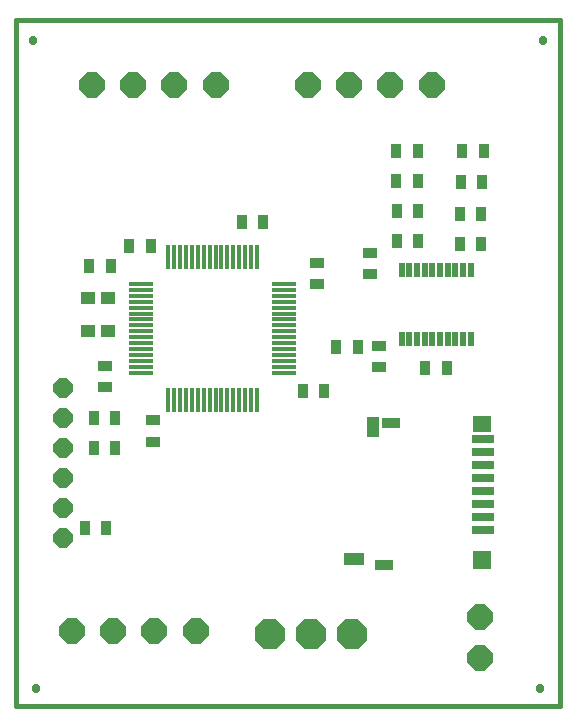
<source format=gbs>
G75*
%MOIN*%
%OFA0B0*%
%FSLAX25Y25*%
%IPPOS*%
%LPD*%
%AMOC8*
5,1,8,0,0,1.08239X$1,22.5*
%
%ADD10C,0.00000*%
%ADD11C,0.02762*%
%ADD12C,0.01600*%
%ADD13R,0.05124X0.03550*%
%ADD14R,0.03550X0.05124*%
%ADD15R,0.01975X0.05124*%
%ADD16OC8,0.06400*%
%ADD17R,0.04731X0.04337*%
%ADD18R,0.06502X0.04337*%
%ADD19R,0.05912X0.03550*%
%ADD20R,0.06306X0.06306*%
%ADD21R,0.07290X0.03156*%
%ADD22R,0.06306X0.05518*%
%ADD23R,0.04337X0.06502*%
%ADD24OC8,0.08400*%
%ADD25OC8,0.09900*%
%ADD26R,0.01581X0.08124*%
%ADD27R,0.08124X0.01581*%
D10*
X0001900Y0002100D02*
X0001900Y0230801D01*
X0001900Y0231100D02*
X0183071Y0231100D01*
X0183071Y0002100D01*
X0001900Y0002100D01*
X0007219Y0008100D02*
X0007221Y0008169D01*
X0007227Y0008237D01*
X0007237Y0008305D01*
X0007251Y0008372D01*
X0007269Y0008439D01*
X0007290Y0008504D01*
X0007316Y0008568D01*
X0007345Y0008630D01*
X0007377Y0008690D01*
X0007413Y0008749D01*
X0007453Y0008805D01*
X0007495Y0008859D01*
X0007541Y0008910D01*
X0007590Y0008959D01*
X0007641Y0009005D01*
X0007695Y0009047D01*
X0007751Y0009087D01*
X0007809Y0009123D01*
X0007870Y0009155D01*
X0007932Y0009184D01*
X0007996Y0009210D01*
X0008061Y0009231D01*
X0008128Y0009249D01*
X0008195Y0009263D01*
X0008263Y0009273D01*
X0008331Y0009279D01*
X0008400Y0009281D01*
X0008469Y0009279D01*
X0008537Y0009273D01*
X0008605Y0009263D01*
X0008672Y0009249D01*
X0008739Y0009231D01*
X0008804Y0009210D01*
X0008868Y0009184D01*
X0008930Y0009155D01*
X0008990Y0009123D01*
X0009049Y0009087D01*
X0009105Y0009047D01*
X0009159Y0009005D01*
X0009210Y0008959D01*
X0009259Y0008910D01*
X0009305Y0008859D01*
X0009347Y0008805D01*
X0009387Y0008749D01*
X0009423Y0008690D01*
X0009455Y0008630D01*
X0009484Y0008568D01*
X0009510Y0008504D01*
X0009531Y0008439D01*
X0009549Y0008372D01*
X0009563Y0008305D01*
X0009573Y0008237D01*
X0009579Y0008169D01*
X0009581Y0008100D01*
X0009579Y0008031D01*
X0009573Y0007963D01*
X0009563Y0007895D01*
X0009549Y0007828D01*
X0009531Y0007761D01*
X0009510Y0007696D01*
X0009484Y0007632D01*
X0009455Y0007570D01*
X0009423Y0007509D01*
X0009387Y0007451D01*
X0009347Y0007395D01*
X0009305Y0007341D01*
X0009259Y0007290D01*
X0009210Y0007241D01*
X0009159Y0007195D01*
X0009105Y0007153D01*
X0009049Y0007113D01*
X0008991Y0007077D01*
X0008930Y0007045D01*
X0008868Y0007016D01*
X0008804Y0006990D01*
X0008739Y0006969D01*
X0008672Y0006951D01*
X0008605Y0006937D01*
X0008537Y0006927D01*
X0008469Y0006921D01*
X0008400Y0006919D01*
X0008331Y0006921D01*
X0008263Y0006927D01*
X0008195Y0006937D01*
X0008128Y0006951D01*
X0008061Y0006969D01*
X0007996Y0006990D01*
X0007932Y0007016D01*
X0007870Y0007045D01*
X0007809Y0007077D01*
X0007751Y0007113D01*
X0007695Y0007153D01*
X0007641Y0007195D01*
X0007590Y0007241D01*
X0007541Y0007290D01*
X0007495Y0007341D01*
X0007453Y0007395D01*
X0007413Y0007451D01*
X0007377Y0007509D01*
X0007345Y0007570D01*
X0007316Y0007632D01*
X0007290Y0007696D01*
X0007269Y0007761D01*
X0007251Y0007828D01*
X0007237Y0007895D01*
X0007227Y0007963D01*
X0007221Y0008031D01*
X0007219Y0008100D01*
X0175219Y0008100D02*
X0175221Y0008169D01*
X0175227Y0008237D01*
X0175237Y0008305D01*
X0175251Y0008372D01*
X0175269Y0008439D01*
X0175290Y0008504D01*
X0175316Y0008568D01*
X0175345Y0008630D01*
X0175377Y0008690D01*
X0175413Y0008749D01*
X0175453Y0008805D01*
X0175495Y0008859D01*
X0175541Y0008910D01*
X0175590Y0008959D01*
X0175641Y0009005D01*
X0175695Y0009047D01*
X0175751Y0009087D01*
X0175809Y0009123D01*
X0175870Y0009155D01*
X0175932Y0009184D01*
X0175996Y0009210D01*
X0176061Y0009231D01*
X0176128Y0009249D01*
X0176195Y0009263D01*
X0176263Y0009273D01*
X0176331Y0009279D01*
X0176400Y0009281D01*
X0176469Y0009279D01*
X0176537Y0009273D01*
X0176605Y0009263D01*
X0176672Y0009249D01*
X0176739Y0009231D01*
X0176804Y0009210D01*
X0176868Y0009184D01*
X0176930Y0009155D01*
X0176990Y0009123D01*
X0177049Y0009087D01*
X0177105Y0009047D01*
X0177159Y0009005D01*
X0177210Y0008959D01*
X0177259Y0008910D01*
X0177305Y0008859D01*
X0177347Y0008805D01*
X0177387Y0008749D01*
X0177423Y0008690D01*
X0177455Y0008630D01*
X0177484Y0008568D01*
X0177510Y0008504D01*
X0177531Y0008439D01*
X0177549Y0008372D01*
X0177563Y0008305D01*
X0177573Y0008237D01*
X0177579Y0008169D01*
X0177581Y0008100D01*
X0177579Y0008031D01*
X0177573Y0007963D01*
X0177563Y0007895D01*
X0177549Y0007828D01*
X0177531Y0007761D01*
X0177510Y0007696D01*
X0177484Y0007632D01*
X0177455Y0007570D01*
X0177423Y0007509D01*
X0177387Y0007451D01*
X0177347Y0007395D01*
X0177305Y0007341D01*
X0177259Y0007290D01*
X0177210Y0007241D01*
X0177159Y0007195D01*
X0177105Y0007153D01*
X0177049Y0007113D01*
X0176991Y0007077D01*
X0176930Y0007045D01*
X0176868Y0007016D01*
X0176804Y0006990D01*
X0176739Y0006969D01*
X0176672Y0006951D01*
X0176605Y0006937D01*
X0176537Y0006927D01*
X0176469Y0006921D01*
X0176400Y0006919D01*
X0176331Y0006921D01*
X0176263Y0006927D01*
X0176195Y0006937D01*
X0176128Y0006951D01*
X0176061Y0006969D01*
X0175996Y0006990D01*
X0175932Y0007016D01*
X0175870Y0007045D01*
X0175809Y0007077D01*
X0175751Y0007113D01*
X0175695Y0007153D01*
X0175641Y0007195D01*
X0175590Y0007241D01*
X0175541Y0007290D01*
X0175495Y0007341D01*
X0175453Y0007395D01*
X0175413Y0007451D01*
X0175377Y0007509D01*
X0175345Y0007570D01*
X0175316Y0007632D01*
X0175290Y0007696D01*
X0175269Y0007761D01*
X0175251Y0007828D01*
X0175237Y0007895D01*
X0175227Y0007963D01*
X0175221Y0008031D01*
X0175219Y0008100D01*
X0176219Y0224100D02*
X0176221Y0224169D01*
X0176227Y0224237D01*
X0176237Y0224305D01*
X0176251Y0224372D01*
X0176269Y0224439D01*
X0176290Y0224504D01*
X0176316Y0224568D01*
X0176345Y0224630D01*
X0176377Y0224690D01*
X0176413Y0224749D01*
X0176453Y0224805D01*
X0176495Y0224859D01*
X0176541Y0224910D01*
X0176590Y0224959D01*
X0176641Y0225005D01*
X0176695Y0225047D01*
X0176751Y0225087D01*
X0176809Y0225123D01*
X0176870Y0225155D01*
X0176932Y0225184D01*
X0176996Y0225210D01*
X0177061Y0225231D01*
X0177128Y0225249D01*
X0177195Y0225263D01*
X0177263Y0225273D01*
X0177331Y0225279D01*
X0177400Y0225281D01*
X0177469Y0225279D01*
X0177537Y0225273D01*
X0177605Y0225263D01*
X0177672Y0225249D01*
X0177739Y0225231D01*
X0177804Y0225210D01*
X0177868Y0225184D01*
X0177930Y0225155D01*
X0177990Y0225123D01*
X0178049Y0225087D01*
X0178105Y0225047D01*
X0178159Y0225005D01*
X0178210Y0224959D01*
X0178259Y0224910D01*
X0178305Y0224859D01*
X0178347Y0224805D01*
X0178387Y0224749D01*
X0178423Y0224690D01*
X0178455Y0224630D01*
X0178484Y0224568D01*
X0178510Y0224504D01*
X0178531Y0224439D01*
X0178549Y0224372D01*
X0178563Y0224305D01*
X0178573Y0224237D01*
X0178579Y0224169D01*
X0178581Y0224100D01*
X0178579Y0224031D01*
X0178573Y0223963D01*
X0178563Y0223895D01*
X0178549Y0223828D01*
X0178531Y0223761D01*
X0178510Y0223696D01*
X0178484Y0223632D01*
X0178455Y0223570D01*
X0178423Y0223509D01*
X0178387Y0223451D01*
X0178347Y0223395D01*
X0178305Y0223341D01*
X0178259Y0223290D01*
X0178210Y0223241D01*
X0178159Y0223195D01*
X0178105Y0223153D01*
X0178049Y0223113D01*
X0177991Y0223077D01*
X0177930Y0223045D01*
X0177868Y0223016D01*
X0177804Y0222990D01*
X0177739Y0222969D01*
X0177672Y0222951D01*
X0177605Y0222937D01*
X0177537Y0222927D01*
X0177469Y0222921D01*
X0177400Y0222919D01*
X0177331Y0222921D01*
X0177263Y0222927D01*
X0177195Y0222937D01*
X0177128Y0222951D01*
X0177061Y0222969D01*
X0176996Y0222990D01*
X0176932Y0223016D01*
X0176870Y0223045D01*
X0176809Y0223077D01*
X0176751Y0223113D01*
X0176695Y0223153D01*
X0176641Y0223195D01*
X0176590Y0223241D01*
X0176541Y0223290D01*
X0176495Y0223341D01*
X0176453Y0223395D01*
X0176413Y0223451D01*
X0176377Y0223509D01*
X0176345Y0223570D01*
X0176316Y0223632D01*
X0176290Y0223696D01*
X0176269Y0223761D01*
X0176251Y0223828D01*
X0176237Y0223895D01*
X0176227Y0223963D01*
X0176221Y0224031D01*
X0176219Y0224100D01*
X0006219Y0224100D02*
X0006221Y0224169D01*
X0006227Y0224237D01*
X0006237Y0224305D01*
X0006251Y0224372D01*
X0006269Y0224439D01*
X0006290Y0224504D01*
X0006316Y0224568D01*
X0006345Y0224630D01*
X0006377Y0224690D01*
X0006413Y0224749D01*
X0006453Y0224805D01*
X0006495Y0224859D01*
X0006541Y0224910D01*
X0006590Y0224959D01*
X0006641Y0225005D01*
X0006695Y0225047D01*
X0006751Y0225087D01*
X0006809Y0225123D01*
X0006870Y0225155D01*
X0006932Y0225184D01*
X0006996Y0225210D01*
X0007061Y0225231D01*
X0007128Y0225249D01*
X0007195Y0225263D01*
X0007263Y0225273D01*
X0007331Y0225279D01*
X0007400Y0225281D01*
X0007469Y0225279D01*
X0007537Y0225273D01*
X0007605Y0225263D01*
X0007672Y0225249D01*
X0007739Y0225231D01*
X0007804Y0225210D01*
X0007868Y0225184D01*
X0007930Y0225155D01*
X0007990Y0225123D01*
X0008049Y0225087D01*
X0008105Y0225047D01*
X0008159Y0225005D01*
X0008210Y0224959D01*
X0008259Y0224910D01*
X0008305Y0224859D01*
X0008347Y0224805D01*
X0008387Y0224749D01*
X0008423Y0224690D01*
X0008455Y0224630D01*
X0008484Y0224568D01*
X0008510Y0224504D01*
X0008531Y0224439D01*
X0008549Y0224372D01*
X0008563Y0224305D01*
X0008573Y0224237D01*
X0008579Y0224169D01*
X0008581Y0224100D01*
X0008579Y0224031D01*
X0008573Y0223963D01*
X0008563Y0223895D01*
X0008549Y0223828D01*
X0008531Y0223761D01*
X0008510Y0223696D01*
X0008484Y0223632D01*
X0008455Y0223570D01*
X0008423Y0223509D01*
X0008387Y0223451D01*
X0008347Y0223395D01*
X0008305Y0223341D01*
X0008259Y0223290D01*
X0008210Y0223241D01*
X0008159Y0223195D01*
X0008105Y0223153D01*
X0008049Y0223113D01*
X0007991Y0223077D01*
X0007930Y0223045D01*
X0007868Y0223016D01*
X0007804Y0222990D01*
X0007739Y0222969D01*
X0007672Y0222951D01*
X0007605Y0222937D01*
X0007537Y0222927D01*
X0007469Y0222921D01*
X0007400Y0222919D01*
X0007331Y0222921D01*
X0007263Y0222927D01*
X0007195Y0222937D01*
X0007128Y0222951D01*
X0007061Y0222969D01*
X0006996Y0222990D01*
X0006932Y0223016D01*
X0006870Y0223045D01*
X0006809Y0223077D01*
X0006751Y0223113D01*
X0006695Y0223153D01*
X0006641Y0223195D01*
X0006590Y0223241D01*
X0006541Y0223290D01*
X0006495Y0223341D01*
X0006453Y0223395D01*
X0006413Y0223451D01*
X0006377Y0223509D01*
X0006345Y0223570D01*
X0006316Y0223632D01*
X0006290Y0223696D01*
X0006269Y0223761D01*
X0006251Y0223828D01*
X0006237Y0223895D01*
X0006227Y0223963D01*
X0006221Y0224031D01*
X0006219Y0224100D01*
D11*
X0007400Y0224100D03*
X0177400Y0224100D03*
X0176400Y0008100D03*
X0008400Y0008100D03*
D12*
X0001900Y0002100D02*
X0001900Y0230900D01*
X0183200Y0230900D01*
X0183200Y0002100D01*
X0001900Y0002100D01*
D13*
X0047400Y0090307D03*
X0047400Y0097393D03*
X0031400Y0108557D03*
X0031400Y0115643D03*
X0102050Y0142857D03*
X0102050Y0149943D03*
X0119900Y0153143D03*
X0119900Y0146057D03*
X0122900Y0122143D03*
X0122900Y0115057D03*
D14*
X0115743Y0121750D03*
X0108657Y0121750D03*
X0104643Y0107300D03*
X0097557Y0107300D03*
X0128857Y0157100D03*
X0135943Y0157100D03*
X0135943Y0167100D03*
X0128857Y0167100D03*
X0128607Y0177350D03*
X0135693Y0177350D03*
X0135693Y0187350D03*
X0128607Y0187350D03*
X0149857Y0166100D03*
X0156943Y0166100D03*
X0157193Y0176850D03*
X0150107Y0176850D03*
X0150607Y0187350D03*
X0157693Y0187350D03*
X0156943Y0156100D03*
X0149857Y0156100D03*
X0145443Y0114850D03*
X0138357Y0114850D03*
X0084243Y0163450D03*
X0077157Y0163450D03*
X0046693Y0155600D03*
X0039607Y0155600D03*
X0033443Y0148850D03*
X0026357Y0148850D03*
X0027857Y0098100D03*
X0034943Y0098100D03*
X0034943Y0088100D03*
X0027857Y0088100D03*
X0024757Y0061700D03*
X0031843Y0061700D03*
D15*
X0130384Y0124683D03*
X0132943Y0124683D03*
X0135502Y0124683D03*
X0138061Y0124683D03*
X0140620Y0124683D03*
X0143180Y0124683D03*
X0145739Y0124683D03*
X0148298Y0124683D03*
X0150857Y0124683D03*
X0153416Y0124683D03*
X0153416Y0147517D03*
X0150857Y0147517D03*
X0148298Y0147517D03*
X0145739Y0147517D03*
X0143180Y0147517D03*
X0140620Y0147517D03*
X0138061Y0147517D03*
X0135502Y0147517D03*
X0132943Y0147517D03*
X0130384Y0147517D03*
D16*
X0017650Y0108350D03*
X0017650Y0098350D03*
X0017650Y0088350D03*
X0017650Y0078350D03*
X0017650Y0068350D03*
X0017650Y0058350D03*
D17*
X0025754Y0127100D03*
X0032446Y0127100D03*
X0032446Y0138100D03*
X0025754Y0138100D03*
D18*
X0114601Y0051067D03*
D19*
X0124365Y0049334D03*
X0126884Y0096421D03*
D20*
X0157042Y0050830D03*
D21*
X0157632Y0060712D03*
X0157593Y0065082D03*
X0157593Y0069413D03*
X0157593Y0073744D03*
X0157593Y0078074D03*
X0157593Y0082405D03*
X0157593Y0086736D03*
X0157593Y0091067D03*
D22*
X0157081Y0096106D03*
D23*
X0120861Y0095122D03*
D24*
X0156400Y0031880D03*
X0156400Y0018100D03*
X0061739Y0027100D03*
X0047959Y0027100D03*
X0034180Y0027100D03*
X0020400Y0027100D03*
X0027061Y0209100D03*
X0040841Y0209100D03*
X0054620Y0209100D03*
X0068400Y0209100D03*
X0099061Y0209100D03*
X0112841Y0209100D03*
X0126620Y0209100D03*
X0140400Y0209100D03*
D25*
X0113959Y0026100D03*
X0100180Y0026100D03*
X0086400Y0026100D03*
D26*
X0082164Y0104281D03*
X0080195Y0104281D03*
X0078227Y0104281D03*
X0076258Y0104281D03*
X0074290Y0104281D03*
X0072321Y0104281D03*
X0070353Y0104281D03*
X0068384Y0104281D03*
X0066416Y0104281D03*
X0064447Y0104281D03*
X0062479Y0104281D03*
X0060510Y0104281D03*
X0058542Y0104281D03*
X0056573Y0104281D03*
X0054605Y0104281D03*
X0052636Y0104281D03*
X0052636Y0151919D03*
X0054605Y0151919D03*
X0056573Y0151919D03*
X0058542Y0151919D03*
X0060510Y0151919D03*
X0062479Y0151919D03*
X0064447Y0151919D03*
X0066416Y0151919D03*
X0068384Y0151919D03*
X0070353Y0151919D03*
X0072321Y0151919D03*
X0074290Y0151919D03*
X0076258Y0151919D03*
X0078227Y0151919D03*
X0080195Y0151919D03*
X0082164Y0151919D03*
D27*
X0091219Y0142864D03*
X0091219Y0140895D03*
X0091219Y0138927D03*
X0091219Y0136958D03*
X0091219Y0134990D03*
X0091219Y0133021D03*
X0091219Y0131053D03*
X0091219Y0129084D03*
X0091219Y0127116D03*
X0091219Y0125147D03*
X0091219Y0123179D03*
X0091219Y0121210D03*
X0091219Y0119242D03*
X0091219Y0117273D03*
X0091219Y0115305D03*
X0091219Y0113336D03*
X0043581Y0113336D03*
X0043581Y0115305D03*
X0043581Y0117273D03*
X0043581Y0119242D03*
X0043581Y0121210D03*
X0043581Y0123179D03*
X0043581Y0125147D03*
X0043581Y0127116D03*
X0043581Y0129084D03*
X0043581Y0131053D03*
X0043581Y0133021D03*
X0043581Y0134990D03*
X0043581Y0136958D03*
X0043581Y0138927D03*
X0043581Y0140895D03*
X0043581Y0142864D03*
M02*

</source>
